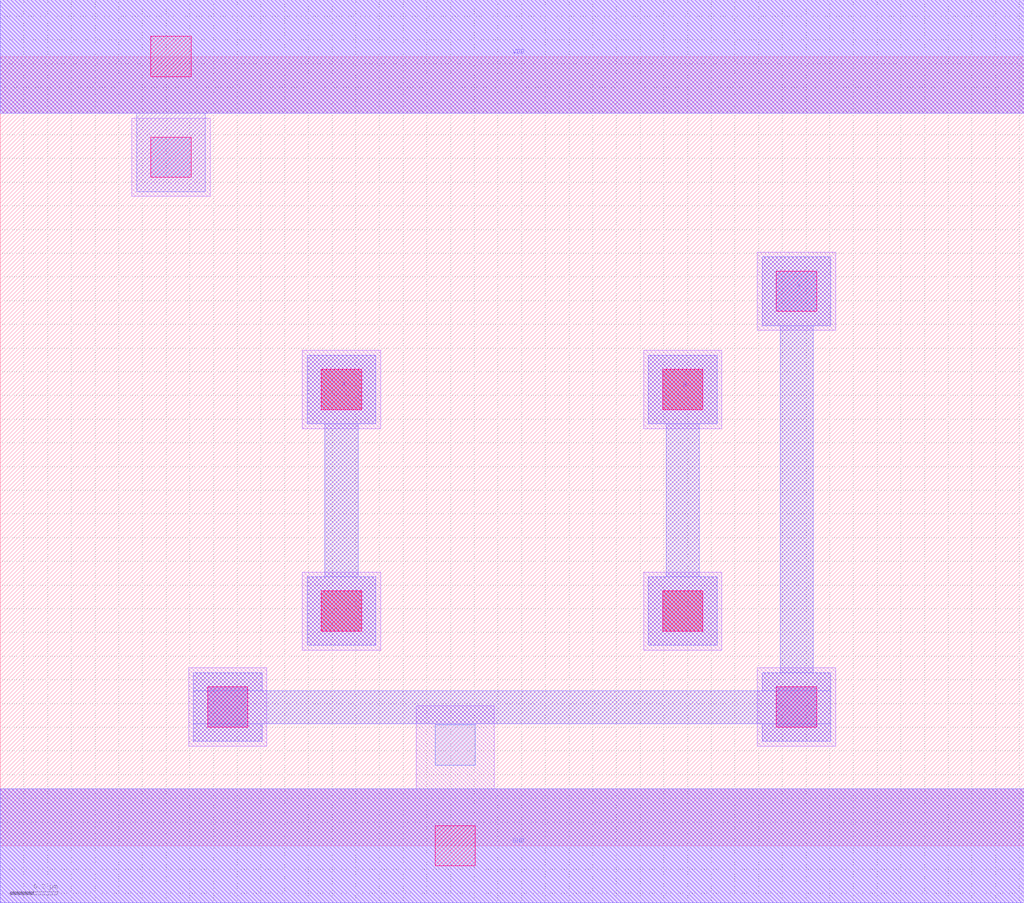
<source format=lef>
MACRO NOR2X1
 CLASS CORE ;
 FOREIGN NOR2X1 0 0 ;
 SIZE 4.32 BY 3.33 ;
 ORIGIN 0 0 ;
 SYMMETRY X Y R90 ;
 SITE unit ;
  PIN VDD
   DIRECTION INOUT ;
   USE POWER ;
   SHAPE ABUTMENT ;
    PORT
     CLASS CORE ;
       LAYER li1 ;
        RECT 0.00000000 3.09000000 4.32000000 3.57000000 ;
       LAYER met1 ;
        RECT 0.00000000 3.09000000 4.32000000 3.57000000 ;
    END
  END VDD

  PIN GND
   DIRECTION INOUT ;
   USE POWER ;
   SHAPE ABUTMENT ;
    PORT
     CLASS CORE ;
       LAYER li1 ;
        RECT 0.00000000 -0.24000000 4.32000000 0.24000000 ;
       LAYER met1 ;
        RECT 0.00000000 -0.24000000 4.32000000 0.24000000 ;
    END
  END GND

  PIN Y
   DIRECTION INOUT ;
   USE SIGNAL ;
   SHAPE ABUTMENT ;
    PORT
     CLASS CORE ;
       LAYER met1 ;
        RECT 0.81500000 0.44000000 1.10500000 0.51500000 ;
        RECT 3.21500000 0.44000000 3.50500000 0.51500000 ;
        RECT 0.81500000 0.51500000 3.50500000 0.65500000 ;
        RECT 0.81500000 0.65500000 1.10500000 0.73000000 ;
        RECT 3.21500000 0.65500000 3.50500000 0.73000000 ;
        RECT 3.29000000 0.73000000 3.43000000 2.19500000 ;
        RECT 3.21500000 2.19500000 3.50500000 2.48500000 ;
    END
  END Y

  PIN A
   DIRECTION INOUT ;
   USE SIGNAL ;
   SHAPE ABUTMENT ;
    PORT
     CLASS CORE ;
       LAYER met1 ;
        RECT 1.29500000 0.84500000 1.58500000 1.13500000 ;
        RECT 1.37000000 1.13500000 1.51000000 1.78000000 ;
        RECT 1.29500000 1.78000000 1.58500000 2.07000000 ;
    END
  END A

  PIN B
   DIRECTION INOUT ;
   USE SIGNAL ;
   SHAPE ABUTMENT ;
    PORT
     CLASS CORE ;
       LAYER met1 ;
        RECT 2.73500000 0.84500000 3.02500000 1.13500000 ;
        RECT 2.81000000 1.13500000 2.95000000 1.78000000 ;
        RECT 2.73500000 1.78000000 3.02500000 2.07000000 ;
    END
  END B

 OBS
    LAYER polycont ;
     RECT 1.35500000 0.90500000 1.52500000 1.07500000 ;
     RECT 2.79500000 0.90500000 2.96500000 1.07500000 ;
     RECT 1.35500000 1.84000000 1.52500000 2.01000000 ;
     RECT 2.79500000 1.84000000 2.96500000 2.01000000 ;

    LAYER pdiffc ;
     RECT 3.27500000 2.25500000 3.44500000 2.42500000 ;
     RECT 0.63500000 2.82000000 0.80500000 2.99000000 ;

    LAYER ndiffc ;
     RECT 1.83500000 0.34000000 2.00500000 0.51000000 ;
     RECT 0.87500000 0.50000000 1.04500000 0.67000000 ;
     RECT 3.27500000 0.50000000 3.44500000 0.67000000 ;

    LAYER li1 ;
     RECT 0.00000000 -0.24000000 4.32000000 0.24000000 ;
     RECT 1.75500000 0.24000000 2.08500000 0.59000000 ;
     RECT 0.79500000 0.42000000 1.12500000 0.75000000 ;
     RECT 3.19500000 0.42000000 3.52500000 0.75000000 ;
     RECT 1.27500000 0.82500000 1.60500000 1.15500000 ;
     RECT 2.71500000 0.82500000 3.04500000 1.15500000 ;
     RECT 1.27500000 1.76000000 1.60500000 2.09000000 ;
     RECT 2.71500000 1.76000000 3.04500000 2.09000000 ;
     RECT 3.19500000 2.17500000 3.52500000 2.50500000 ;
     RECT 0.55500000 2.74000000 0.88500000 3.07000000 ;
     RECT 0.00000000 3.09000000 4.32000000 3.57000000 ;

    LAYER viali ;
     RECT 1.83500000 -0.08500000 2.00500000 0.08500000 ;
     RECT 0.87500000 0.50000000 1.04500000 0.67000000 ;
     RECT 3.27500000 0.50000000 3.44500000 0.67000000 ;
     RECT 1.35500000 0.90500000 1.52500000 1.07500000 ;
     RECT 2.79500000 0.90500000 2.96500000 1.07500000 ;
     RECT 1.35500000 1.84000000 1.52500000 2.01000000 ;
     RECT 2.79500000 1.84000000 2.96500000 2.01000000 ;
     RECT 3.27500000 2.25500000 3.44500000 2.42500000 ;
     RECT 0.63500000 2.82000000 0.80500000 2.99000000 ;
     RECT 0.63500000 3.24500000 0.80500000 3.41500000 ;

    LAYER met1 ;
     RECT 0.00000000 -0.24000000 4.32000000 0.24000000 ;
     RECT 1.29500000 0.84500000 1.58500000 1.13500000 ;
     RECT 1.37000000 1.13500000 1.51000000 1.78000000 ;
     RECT 1.29500000 1.78000000 1.58500000 2.07000000 ;
     RECT 2.73500000 0.84500000 3.02500000 1.13500000 ;
     RECT 2.81000000 1.13500000 2.95000000 1.78000000 ;
     RECT 2.73500000 1.78000000 3.02500000 2.07000000 ;
     RECT 0.81500000 0.44000000 1.10500000 0.51500000 ;
     RECT 3.21500000 0.44000000 3.50500000 0.51500000 ;
     RECT 0.81500000 0.51500000 3.50500000 0.65500000 ;
     RECT 0.81500000 0.65500000 1.10500000 0.73000000 ;
     RECT 3.21500000 0.65500000 3.50500000 0.73000000 ;
     RECT 3.29000000 0.73000000 3.43000000 2.19500000 ;
     RECT 3.21500000 2.19500000 3.50500000 2.48500000 ;
     RECT 0.57500000 2.76000000 0.86500000 3.09000000 ;
     RECT 0.00000000 3.09000000 4.32000000 3.57000000 ;

 END
END NOR2X1

</source>
